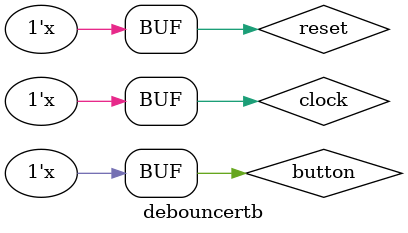
<source format=v>
`timescale 1ns / 1ps

module debouncertb(

    );
    
    reg clock, reset, button;
    wire pulse;
    
    debouncer deb1(clock, reset, button, pulse);
    
    initial begin
        clock = 0;
        reset = 0;
        button = 1;
    end
    
    always
    begin
        #1050 button = button + 1'b1;
    end
    
     always
    begin
        #5 clock = clock + 1'b1;
    end
     always
    begin
        #15000 reset = reset + 1'b1;
    end
endmodule

</source>
